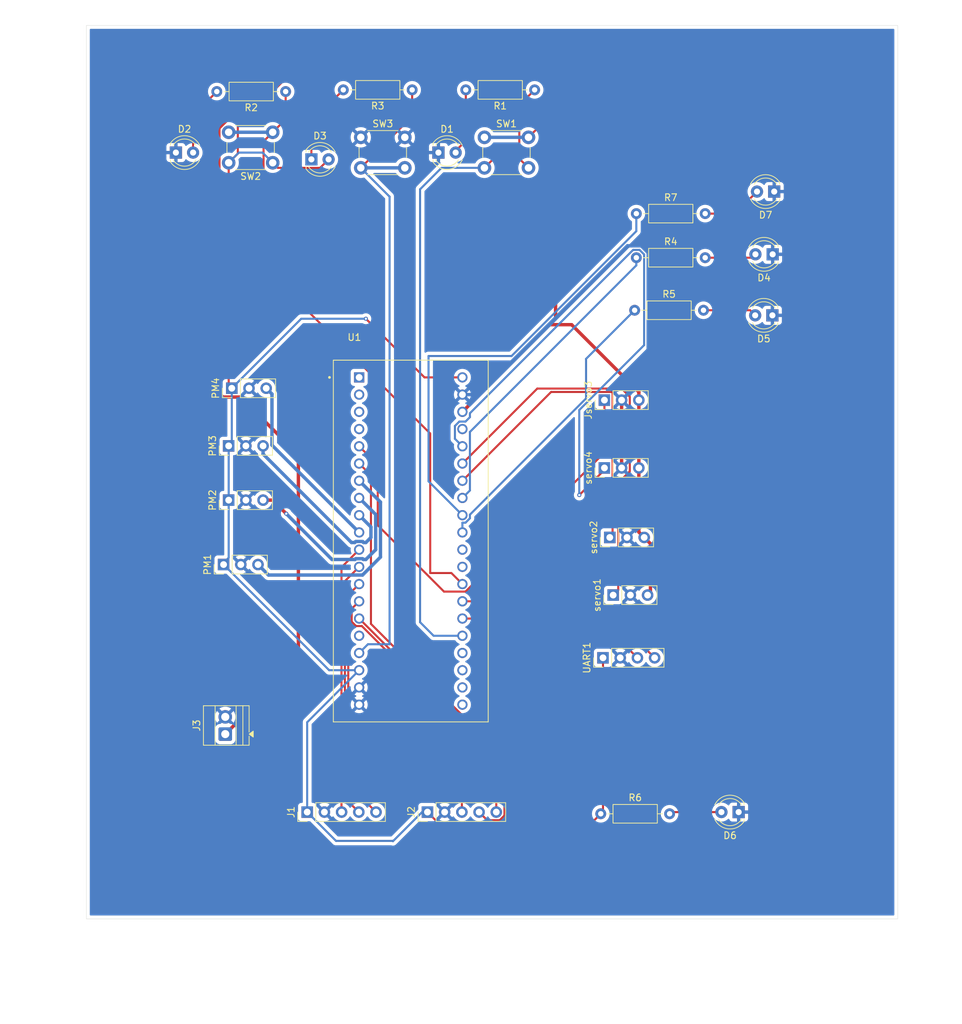
<source format=kicad_pcb>
(kicad_pcb (version 20241229) (generator "pcbnew") (generator_version "9.0")
  (layers (0 "F.Cu" signal) (2 "B.Cu" signal) (13 "F.Paste" user) (15 "B.Paste" user) (5 "F.SilkS" user "F.Silkscreen") (7 "B.SilkS" user "B.Silkscreen") (1 "F.Mask" user) (3 "B.Mask" user) (25 "Edge.Cuts" user))
  (net 0 "")
  (net 1 "Net-(D1-A)")
  (net 2 "GND")
  (net 3 "Net-(D2-A)")
  (net 4 "3.3V")
  (net 5 "Net-(D3-K)")
  (net 6 "Net-(D4-A)")
  (net 7 "Net-(D5-A)")
  (net 8 "Net-(D6-A)")
  (net 9 "Net-(D7-A)")
  (net 10 "A6")
  (net 11 "B0")
  (net 12 "A7")
  (net 13 "B1")
  (net 14 "B10")
  (net 15 "A1")
  (net 16 "5V")
  (net 17 "A0")
  (net 18 "A2")
  (net 19 "A3")
  (net 20 "A4")
  (net 21 "A5")
  (net 22 "A8")
  (net 23 "A11")
  (net 24 "R")
  (net 25 "B5")
  (net 26 "B3")
  (net 27 "B4")
  (net 28 "B7")
  (net 29 "B6")
  (net 30 "B8")
  (net 38 "A9")
  (net 42 "A10")
  (footprint "Button_Switch_THT:SW_PUSH_6mm_H13mm" (layer "F.Cu") (at 161.5 39 180)
    (property "Reference" "SW2" (at 3.25 -2 0) (layer "F.SilkS"))
    (property "Value" "SW_DPST_x2")
    (pad "1" thru_hole circle (at 0 0 270) (size 2 2) (drill 1.1) (layers "*.Cu" "*.Mask") (net 4 "3.3V"))
    (pad "1" thru_hole circle (at 6.5 0 270) (size 2 2) (drill 1.1) (layers "*.Cu" "*.Mask") (net 4 "3.3V"))
    (pad "2" thru_hole circle (at 0 4.5 270) (size 2 2) (drill 1.1) (layers "*.Cu" "*.Mask") (net 23 "A11"))
    (pad "2" thru_hole circle (at 6.5 4.5 270) (size 2 2) (drill 1.1) (layers "*.Cu" "*.Mask") (net 23 "A11"))
  )
  (footprint "footprint:MODULE_ZC323000" (layer "F.Cu") (at 181.88 94.78)
    (property "Reference" "U1" (at -8.325 -30.035 0) (layer "F.SilkS"))
    (property "Value" "ZC323000")
    (pad "1" thru_hole rect (at -7.62 -24.13) (size 1.508 1.508) (drill 1) (layers "*.Cu" "*.Mask"))
    (pad "2" thru_hole circle (at -7.62 -21.59) (size 1.508 1.508) (drill 1) (layers "*.Cu" "*.Mask"))
    (pad "3" thru_hole circle (at -7.62 -19.05) (size 1.508 1.508) (drill 1) (layers "*.Cu" "*.Mask"))
    (pad "4" thru_hole circle (at -7.62 -16.51) (size 1.508 1.508) (drill 1) (layers "*.Cu" "*.Mask"))
    (pad "5" thru_hole circle (at -7.62 -13.97) (size 1.508 1.508) (drill 1) (layers "*.Cu" "*.Mask") (net 17 "A0"))
    (pad "6" thru_hole circle (at -7.62 -11.43) (size 1.508 1.508) (drill 1) (layers "*.Cu" "*.Mask") (net 15 "A1"))
    (pad "7" thru_hole circle (at -7.62 -8.89) (size 1.508 1.508) (drill 1) (layers "*.Cu" "*.Mask") (net 18 "A2"))
    (pad "8" thru_hole circle (at -7.62 -6.35) (size 1.508 1.508) (drill 1) (layers "*.Cu" "*.Mask") (net 19 "A3"))
    (pad "9" thru_hole circle (at -7.62 -3.81) (size 1.508 1.508) (drill 1) (layers "*.Cu" "*.Mask") (net 20 "A4"))
    (pad "10" thru_hole circle (at -7.62 -1.27) (size 1.508 1.508) (drill 1) (layers "*.Cu" "*.Mask") (net 21 "A5"))
    (pad "11" thru_hole circle (at -7.62 1.27) (size 1.508 1.508) (drill 1) (layers "*.Cu" "*.Mask") (net 10 "A6"))
    (pad "12" thru_hole circle (at -7.62 3.81) (size 1.508 1.508) (drill 1) (layers "*.Cu" "*.Mask") (net 12 "A7"))
    (pad "13" thru_hole circle (at -7.62 6.35) (size 1.508 1.508) (drill 1) (layers "*.Cu" "*.Mask") (net 11 "B0"))
    (pad "14" thru_hole circle (at -7.62 8.89) (size 1.508 1.508) (drill 1) (layers "*.Cu" "*.Mask") (net 13 "B1"))
    (pad "15" thru_hole circle (at -7.62 11.43) (size 1.508 1.508) (drill 1) (layers "*.Cu" "*.Mask") (net 14 "B10"))
    (pad "16" thru_hole circle (at -7.62 13.97) (size 1.508 1.508) (drill 1) (layers "*.Cu" "*.Mask"))
    (pad "17" thru_hole circle (at -7.62 16.51) (size 1.508 1.508) (drill 1) (layers "*.Cu" "*.Mask") (net 24 "R"))
    (pad "18" thru_hole circle (at -7.62 19.05) (size 1.508 1.508) (drill 1) (layers "*.Cu" "*.Mask") (net 4 "3.3V"))
    (pad "19" thru_hole circle (at -7.62 21.59) (size 1.508 1.508) (drill 1) (layers "*.Cu" "*.Mask") (net 2 "GND"))
    (pad "20" thru_hole circle (at -7.62 24.13) (size 1.508 1.508) (drill 1) (layers "*.Cu" "*.Mask") (net 2 "GND"))
    (pad "21" thru_hole circle (at 7.62 24.13) (size 1.508 1.508) (drill 1) (layers "*.Cu" "*.Mask"))
    (pad "22" thru_hole circle (at 7.62 21.59) (size 1.508 1.508) (drill 1) (layers "*.Cu" "*.Mask"))
    (pad "23" thru_hole circle (at 7.62 19.05) (size 1.508 1.508) (drill 1) (layers "*.Cu" "*.Mask"))
    (pad "24" thru_hole circle (at 7.62 16.51) (size 1.508 1.508) (drill 1) (layers "*.Cu" "*.Mask"))
    (pad "25" thru_hole circle (at 7.62 13.97) (size 1.508 1.508) (drill 1) (layers "*.Cu" "*.Mask") (net 22 "A8"))
    (pad "26" thru_hole circle (at 7.62 11.43) (size 1.508 1.508) (drill 1) (layers "*.Cu" "*.Mask") (net 38 "A9"))
    (pad "27" thru_hole circle (at 7.62 8.89) (size 1.508 1.508) (drill 1) (layers "*.Cu" "*.Mask") (net 42 "A10"))
    (pad "28" thru_hole circle (at 7.62 6.35) (size 1.508 1.508) (drill 1) (layers "*.Cu" "*.Mask") (net 23 "A11"))
    (pad "29" thru_hole circle (at 7.62 3.81) (size 1.508 1.508) (drill 1) (layers "*.Cu" "*.Mask"))
    (pad "30" thru_hole circle (at 7.62 1.27) (size 1.508 1.508) (drill 1) (layers "*.Cu" "*.Mask"))
    (pad "31" thru_hole circle (at 7.62 -1.27) (size 1.508 1.508) (drill 1) (layers "*.Cu" "*.Mask") (net 26 "B3"))
    (pad "32" thru_hole circle (at 7.62 -3.81) (size 1.508 1.508) (drill 1) (layers "*.Cu" "*.Mask") (net 27 "B4"))
    (pad "33" thru_hole circle (at 7.62 -6.35) (size 1.508 1.508) (drill 1) (layers "*.Cu" "*.Mask") (net 25 "B5"))
    (pad "34" thru_hole circle (at 7.62 -8.89) (size 1.508 1.508) (drill 1) (layers "*.Cu" "*.Mask") (net 29 "B6"))
    (pad "35" thru_hole circle (at 7.62 -11.43) (size 1.508 1.508) (drill 1) (layers "*.Cu" "*.Mask") (net 28 "B7"))
    (pad "36" thru_hole circle (at 7.62 -13.97) (size 1.508 1.508) (drill 1) (layers "*.Cu" "*.Mask") (net 30 "B8"))
    (pad "37" thru_hole circle (at 7.62 -16.51) (size 1.508 1.508) (drill 1) (layers "*.Cu" "*.Mask"))
    (pad "38" thru_hole circle (at 7.62 -19.05) (size 1.508 1.508) (drill 1) (layers "*.Cu" "*.Mask") (net 16 "5V"))
    (pad "39" thru_hole circle (at 7.62 -21.59) (size 1.508 1.508) (drill 1) (layers "*.Cu" "*.Mask") (net 2 "GND"))
    (pad "40" thru_hole circle (at 7.62 -24.13) (size 1.508 1.508) (drill 1) (layers "*.Cu" "*.Mask") (net 4 "3.3V"))
  )
  (footprint "Connector_PinHeader_2.54mm:PinHeader_1x05_P2.54mm_Vertical" (layer "F.Cu") (at 166.59 134.75 90)
    (property "Reference" "J1" (at 0 -2.38 90) (layer "F.SilkS"))
    (property "Value" "Conn_01x05_Pin")
    (pad "1" thru_hole rect (at 0 0 90) (size 1.7 1.7) (drill 1) (layers "*.Cu" "*.Mask") (net 4 "3.3V"))
    (pad "2" thru_hole circle (at 0 2.54 90) (size 1.7 1.7) (drill 1) (layers "*.Cu" "*.Mask") (net 2 "GND"))
    (pad "3" thru_hole circle (at 0 5.08 90) (size 1.7 1.7) (drill 1) (layers "*.Cu" "*.Mask") (net 10 "A6"))
    (pad "4" thru_hole circle (at 0 7.62 90) (size 1.7 1.7) (drill 1) (layers "*.Cu" "*.Mask") (net 12 "A7"))
    (pad "5" thru_hole circle (at 0 10.16 90) (size 1.7 1.7) (drill 1) (layers "*.Cu" "*.Mask") (net 11 "B0"))
  )
  (footprint "LED_THT:LED_D4.0mm" (layer "F.Cu") (at 147.21 37.5)
    (property "Reference" "D2" (at 1.27 -3.46 0) (layer "F.SilkS"))
    (property "Value" "LED")
    (pad "1" thru_hole rect (at 0 0) (size 1.8 1.8) (drill 0.9) (layers "*.Cu" "*.Mask") (net 2 "GND"))
    (pad "2" thru_hole circle (at 2.54 0) (size 1.8 1.8) (drill 0.9) (layers "*.Cu" "*.Mask") (net 3 "Net-(D2-A)"))
  )
  (footprint "Connector_PinHeader_2.54mm:PinHeader_1x03_P2.54mm_Vertical" (layer "F.Cu") (at 211.25 94.25 90)
    (property "Reference" "servo2" (at 0 -2.38 90) (layer "F.SilkS"))
    (property "Value" "Conn_01x03_Pin")
    (pad "1" thru_hole rect (at 0 0 90) (size 1.7 1.7) (drill 1) (layers "*.Cu" "*.Mask") (net 29 "B6"))
    (pad "2" thru_hole circle (at 0 2.54 90) (size 1.7 1.7) (drill 1) (layers "*.Cu" "*.Mask") (net 2 "GND"))
    (pad "3" thru_hole circle (at 0 5.08 90) (size 1.7 1.7) (drill 1) (layers "*.Cu" "*.Mask") (net 16 "5V"))
  )
  (footprint "LED_THT:LED_D4.0mm" (layer "F.Cu") (at 235.52 43.25 180)
    (property "Reference" "D7" (at 1.27 -3.46 0) (layer "F.SilkS"))
    (property "Value" "LED")
    (pad "1" thru_hole rect (at 0 0 180) (size 1.8 1.8) (drill 0.9) (layers "*.Cu" "*.Mask") (net 2 "GND"))
    (pad "2" thru_hole circle (at 2.54 0 180) (size 1.8 1.8) (drill 0.9) (layers "*.Cu" "*.Mask") (net 9 "Net-(D7-A)"))
  )
  (footprint "LED_THT:LED_D4.0mm" (layer "F.Cu") (at 230.27 134.75 180)
    (property "Reference" "D6" (at 1.27 -3.46 0) (layer "F.SilkS"))
    (property "Value" "LED")
    (pad "1" thru_hole rect (at 0 0 180) (size 1.8 1.8) (drill 0.9) (layers "*.Cu" "*.Mask") (net 2 "GND"))
    (pad "2" thru_hole circle (at 2.54 0 180) (size 1.8 1.8) (drill 0.9) (layers "*.Cu" "*.Mask") (net 8 "Net-(D6-A)"))
  )
  (footprint "Connector_PinHeader_2.54mm:PinHeader_1x03_P2.54mm_Vertical" (layer "F.Cu") (at 155 80.75 90)
    (property "Reference" "PM3" (at 0 -2.38 90) (layer "F.SilkS"))
    (property "Value" "Conn_01x03_Pin")
    (pad "1" thru_hole rect (at 0 0 90) (size 1.7 1.7) (drill 1) (layers "*.Cu" "*.Mask") (net 4 "3.3V"))
    (pad "2" thru_hole circle (at 0 2.54 90) (size 1.7 1.7) (drill 1) (layers "*.Cu" "*.Mask") (net 2 "GND"))
    (pad "3" thru_hole circle (at 0 5.08 90) (size 1.7 1.7) (drill 1) (layers "*.Cu" "*.Mask") (net 20 "A4"))
  )
  (footprint "TerminalBlock:TerminalBlock_Xinya_XY308-2.54-2P_1x02_P2.54mm_Horizontal" (layer "F.Cu") (at 154.5 123.25 90)
    (property "Reference" "J3" (at 1.27 -4.22 90) (layer "F.SilkS"))
    (property "Value" "Conn_01x02")
    (pad "1" thru_hole roundrect (at 0 0 90) (size 2 2) (drill 1.2) (layers "*.Cu" "*.Mask") (roundrect_rratio 0.125) (net 16 "5V"))
    (pad "2" thru_hole circle (at 2.54 0 90) (size 2 2) (drill 1.2) (layers "*.Cu" "*.Mask") (net 2 "GND"))
  )
  (footprint "Resistor_THT:R_Axial_DIN0207_L6.3mm_D2.5mm_P10.16mm_Horizontal" (layer "F.Cu") (at 209.92 135)
    (property "Reference" "R6" (at 5.08 -2.37 0) (layer "F.SilkS"))
    (property "Value" "R")
    (pad "1" thru_hole circle (at 0 0) (size 1.6 1.6) (drill 0.8) (layers "*.Cu" "*.Mask") (net 4 "3.3V"))
    (pad "2" thru_hole circle (at 10.16 0) (size 1.6 1.6) (drill 0.8) (layers "*.Cu" "*.Mask") (net 8 "Net-(D6-A)"))
  )
  (footprint "Resistor_THT:R_Axial_DIN0207_L6.3mm_D2.5mm_P10.16mm_Horizontal" (layer "F.Cu") (at 214.92 60.75)
    (property "Reference" "R5" (at 5.08 -2.37 0) (layer "F.SilkS"))
    (property "Value" "R")
    (pad "1" thru_hole circle (at 0 0) (size 1.6 1.6) (drill 0.8) (layers "*.Cu" "*.Mask") (net 26 "B3"))
    (pad "2" thru_hole circle (at 10.16 0) (size 1.6 1.6) (drill 0.8) (layers "*.Cu" "*.Mask") (net 7 "Net-(D5-A)"))
  )
  (footprint "Connector_PinHeader_2.54mm:PinHeader_1x03_P2.54mm_Vertical" (layer "F.Cu") (at 154.25 98.25 90)
    (property "Reference" "PM1" (at 0 -2.38 90) (layer "F.SilkS"))
    (property "Value" "Conn_01x03_Pin")
    (pad "1" thru_hole rect (at 0 0 90) (size 1.7 1.7) (drill 1) (layers "*.Cu" "*.Mask") (net 4 "3.3V"))
    (pad "2" thru_hole circle (at 0 2.54 90) (size 1.7 1.7) (drill 1) (layers "*.Cu" "*.Mask") (net 2 "GND"))
    (pad "3" thru_hole circle (at 0 5.08 90) (size 1.7 1.7) (drill 1) (layers "*.Cu" "*.Mask") (net 18 "A2"))
  )
  (footprint "LED_THT:LED_D4.0mm" (layer "F.Cu") (at 185.96 37.5)
    (property "Reference" "D1" (at 1.27 -3.46 0) (layer "F.SilkS"))
    (property "Value" "LED")
    (pad "1" thru_hole rect (at 0 0) (size 1.8 1.8) (drill 0.9) (layers "*.Cu" "*.Mask") (net 2 "GND"))
    (pad "2" thru_hole circle (at 2.54 0) (size 1.8 1.8) (drill 0.9) (layers "*.Cu" "*.Mask") (net 1 "Net-(D1-A)"))
  )
  (footprint "Connector_PinHeader_2.54mm:PinHeader_1x03_P2.54mm_Vertical" (layer "F.Cu") (at 210.46 74 90)
    (property "Reference" "Jservo3" (at 0 -2.38 90) (layer "F.SilkS"))
    (property "Value" "Conn_01x03_Pin")
    (pad "1" thru_hole rect (at 0 0 90) (size 1.7 1.7) (drill 1) (layers "*.Cu" "*.Mask") (net 17 "A0"))
    (pad "2" thru_hole circle (at 0 2.54 90) (size 1.7 1.7) (drill 1) (layers "*.Cu" "*.Mask") (net 2 "GND"))
    (pad "3" thru_hole circle (at 0 5.08 90) (size 1.7 1.7) (drill 1) (layers "*.Cu" "*.Mask") (net 16 "5V"))
  )
  (footprint "Resistor_THT:R_Axial_DIN0207_L6.3mm_D2.5mm_P10.16mm_Horizontal" (layer "F.Cu") (at 163.41 28.5 180)
    (property "Reference" "R2" (at 5.08 -2.37 0) (layer "F.SilkS"))
    (property "Value" "R")
    (pad "1" thru_hole circle (at 0 0 180) (size 1.6 1.6) (drill 0.8) (layers "*.Cu" "*.Mask") (net 23 "A11"))
    (pad "2" thru_hole circle (at 10.16 0 180) (size 1.6 1.6) (drill 0.8) (layers "*.Cu" "*.Mask") (net 3 "Net-(D2-A)"))
  )
  (footprint "Resistor_THT:R_Axial_DIN0207_L6.3mm_D2.5mm_P10.16mm_Horizontal" (layer "F.Cu") (at 182.08 28.25 180)
    (property "Reference" "R3" (at 5.08 -2.37 0) (layer "F.SilkS"))
    (property "Value" "R")
    (pad "1" thru_hole circle (at 0 0 180) (size 1.6 1.6) (drill 0.8) (layers "*.Cu" "*.Mask") (net 24 "R"))
    (pad "2" thru_hole circle (at 10.16 0 180) (size 1.6 1.6) (drill 0.8) (layers "*.Cu" "*.Mask") (net 5 "Net-(D3-K)"))
  )
  (footprint "LED_THT:LED_D4.0mm" (layer "F.Cu") (at 235.29 52.5 180)
    (property "Reference" "D4" (at 1.27 -3.46 0) (layer "F.SilkS"))
    (property "Value" "LED")
    (pad "1" thru_hole rect (at 0 0 180) (size 1.8 1.8) (drill 0.9) (layers "*.Cu" "*.Mask") (net 2 "GND"))
    (pad "2" thru_hole circle (at 2.54 0 180) (size 1.8 1.8) (drill 0.9) (layers "*.Cu" "*.Mask") (net 6 "Net-(D4-A)"))
  )
  (footprint "Connector_PinHeader_2.54mm:PinHeader_1x03_P2.54mm_Vertical" (layer "F.Cu") (at 155.46 72.25 90)
    (property "Reference" "PM4" (at 0 -2.38 90) (layer "F.SilkS"))
    (property "Value" "Conn_01x03_Pin")
    (pad "1" thru_hole rect (at 0 0 90) (size 1.7 1.7) (drill 1) (layers "*.Cu" "*.Mask") (net 4 "3.3V"))
    (pad "2" thru_hole circle (at 0 2.54 90) (size 1.7 1.7) (drill 1) (layers "*.Cu" "*.Mask") (net 2 "GND"))
    (pad "3" thru_hole circle (at 0 5.08 90) (size 1.7 1.7) (drill 1) (layers "*.Cu" "*.Mask") (net 21 "A5"))
  )
  (footprint "Connector_PinHeader_2.54mm:PinHeader_1x03_P2.54mm_Vertical" (layer "F.Cu") (at 211.75 102.75 90)
    (property "Reference" "servo1" (at 0 -2.38 90) (layer "F.SilkS"))
    (property "Value" "Conn_01x03_Pin")
    (pad "1" thru_hole rect (at 0 0 90) (size 1.7 1.7) (drill 1) (layers "*.Cu" "*.Mask") (net 28 "B7"))
    (pad "2" thru_hole circle (at 0 2.54 90) (size 1.7 1.7) (drill 1) (layers "*.Cu" "*.Mask") (net 2 "GND"))
    (pad "3" thru_hole circle (at 0 5.08 90) (size 1.7 1.7) (drill 1) (layers "*.Cu" "*.Mask") (net 16 "5V"))
  )
  (footprint "Resistor_THT:R_Axial_DIN0207_L6.3mm_D2.5mm_P10.16mm_Horizontal" (layer "F.Cu") (at 215.17 53)
    (property "Reference" "R4" (at 5.08 -2.37 0) (layer "F.SilkS"))
    (property "Value" "R")
    (pad "1" thru_hole circle (at 0 0) (size 1.6 1.6) (drill 0.8) (layers "*.Cu" "*.Mask") (net 25 "B5"))
    (pad "2" thru_hole circle (at 10.16 0) (size 1.6 1.6) (drill 0.8) (layers "*.Cu" "*.Mask") (net 6 "Net-(D4-A)"))
  )
  (footprint "Connector_PinHeader_2.54mm:PinHeader_1x03_P2.54mm_Vertical" (layer "F.Cu") (at 155 88.75 90)
    (property "Reference" "PM2" (at 0 -2.38 90) (layer "F.SilkS"))
    (property "Value" "Conn_01x03_Pin")
    (pad "1" thru_hole rect (at 0 0 90) (size 1.7 1.7) (drill 1) (layers "*.Cu" "*.Mask") (net 4 "3.3V"))
    (pad "2" thru_hole circle (at 0 2.54 90) (size 1.7 1.7) (drill 1) (layers "*.Cu" "*.Mask") (net 2 "GND"))
    (pad "3" thru_hole circle (at 0 5.08 90) (size 1.7 1.7) (drill 1) (layers "*.Cu" "*.Mask") (net 19 "A3"))
  )
  (footprint "Button_Switch_THT:SW_PUSH_6mm_H13mm" (layer "F.Cu") (at 174.5 35.25)
    (property "Reference" "SW3" (at 3.25 -2 0) (layer "F.SilkS"))
    (property "Value" "SW_DPST_x2")
    (pad "1" thru_hole circle (at 0 0 90) (size 2 2) (drill 1.1) (layers "*.Cu" "*.Mask") (net 2 "GND"))
    (pad "1" thru_hole circle (at 6.5 0 90) (size 2 2) (drill 1.1) (layers "*.Cu" "*.Mask") (net 2 "GND"))
    (pad "2" thru_hole circle (at 0 4.5 90) (size 2 2) (drill 1.1) (layers "*.Cu" "*.Mask") (net 24 "R"))
    (pad "2" thru_hole circle (at 6.5 4.5 90) (size 2 2) (drill 1.1) (layers "*.Cu" "*.Mask") (net 24 "R"))
  )
  (footprint "Connector_PinHeader_2.54mm:PinHeader_1x05_P2.54mm_Vertical" (layer "F.Cu") (at 184.34 134.75 90)
    (property "Reference" "J2" (at 0 -2.38 90) (layer "F.SilkS"))
    (property "Value" "Conn_01x05_Pin")
    (pad "1" thru_hole rect (at 0 0 90) (size 1.7 1.7) (drill 1) (layers "*.Cu" "*.Mask") (net 4 "3.3V"))
    (pad "2" thru_hole circle (at 0 2.54 90) (size 1.7 1.7) (drill 1) (layers "*.Cu" "*.Mask") (net 2 "GND"))
    (pad "3" thru_hole circle (at 0 5.08 90) (size 1.7 1.7) (drill 1) (layers "*.Cu" "*.Mask") (net 13 "B1"))
    (pad "4" thru_hole circle (at 0 7.62 90) (size 1.7 1.7) (drill 1) (layers "*.Cu" "*.Mask") (net 15 "A1"))
    (pad "5" thru_hole circle (at 0 10.16 90) (size 1.7 1.7) (drill 1) (layers "*.Cu" "*.Mask") (net 14 "B10"))
  )
  (footprint "Connector_PinHeader_2.54mm:PinHeader_1x03_P2.54mm_Vertical" (layer "F.Cu") (at 210.46 84 90)
    (property "Reference" "servo4" (at 0 -2.38 90) (layer "F.SilkS"))
    (property "Value" "Conn_01x03_Pin")
    (pad "1" thru_hole rect (at 0 0 90) (size 1.7 1.7) (drill 1) (layers "*.Cu" "*.Mask") (net 30 "B8"))
    (pad "2" thru_hole circle (at 0 2.54 90) (size 1.7 1.7) (drill 1) (layers "*.Cu" "*.Mask") (net 2 "GND"))
    (pad "3" thru_hole circle (at 0 5.08 90) (size 1.7 1.7) (drill 1) (layers "*.Cu" "*.Mask") (net 16 "5V"))
  )
  (footprint "Resistor_THT:R_Axial_DIN0207_L6.3mm_D2.5mm_P10.16mm_Horizontal" (layer "F.Cu") (at 200.16 28.25 180)
    (property "Reference" "R1" (at 5.08 -2.37 0) (layer "F.SilkS"))
    (property "Value" "R")
    (pad "1" thru_hole circle (at 0 0 180) (size 1.6 1.6) (drill 0.8) (layers "*.Cu" "*.Mask") (net 22 "A8"))
    (pad "2" thru_hole circle (at 10.16 0 180) (size 1.6 1.6) (drill 0.8) (layers "*.Cu" "*.Mask") (net 1 "Net-(D1-A)"))
  )
  (footprint "Resistor_THT:R_Axial_DIN0207_L6.3mm_D2.5mm_P10.16mm_Horizontal" (layer "F.Cu") (at 215.17 46.5)
    (property "Reference" "R7" (at 5.08 -2.37 0) (layer "F.SilkS"))
    (property "Value" "R")
    (pad "1" thru_hole circle (at 0 0) (size 1.6 1.6) (drill 0.8) (layers "*.Cu" "*.Mask") (net 27 "B4"))
    (pad "2" thru_hole circle (at 10.16 0) (size 1.6 1.6) (drill 0.8) (layers "*.Cu" "*.Mask") (net 9 "Net-(D7-A)"))
  )
  (footprint "Connector_PinHeader_2.54mm:PinHeader_1x04_P2.54mm_Vertical" (layer "F.Cu") (at 210.25 112 90)
    (property "Reference" "UART1" (at 0 -2.38 90) (layer "F.SilkS"))
    (property "Value" "Conn_01x04_Socket")
    (pad "1" thru_hole rect (at 0 0 90) (size 1.7 1.7) (drill 1) (layers "*.Cu" "*.Mask") (net 4 "3.3V"))
    (pad "2" thru_hole circle (at 0 2.54 90) (size 1.7 1.7) (drill 1) (layers "*.Cu" "*.Mask") (net 2 "GND"))
    (pad "3" thru_hole circle (at 0 5.08 90) (size 1.7 1.7) (drill 1) (layers "*.Cu" "*.Mask") (net 38 "A9"))
    (pad "4" thru_hole circle (at 0 7.62 90) (size 1.7 1.7) (drill 1) (layers "*.Cu" "*.Mask") (net 42 "A10"))
  )
  (footprint "Button_Switch_THT:SW_PUSH_6mm_H13mm" (layer "F.Cu") (at 192.75 35.25)
    (property "Reference" "SW1" (at 3.25 -2 0) (layer "F.SilkS"))
    (property "Value" "SW_DPST_x2")
    (pad "1" thru_hole circle (at 0 0 90) (size 2 2) (drill 1.1) (layers "*.Cu" "*.Mask") (net 4 "3.3V"))
    (pad "1" thru_hole circle (at 6.5 0 90) (size 2 2) (drill 1.1) (layers "*.Cu" "*.Mask") (net 4 "3.3V"))
    (pad "2" thru_hole circle (at 0 4.5 90) (size 2 2) (drill 1.1) (layers "*.Cu" "*.Mask") (net 22 "A8"))
    (pad "2" thru_hole circle (at 6.5 4.5 90) (size 2 2) (drill 1.1) (layers "*.Cu" "*.Mask") (net 22 "A8"))
  )
  (footprint "LED_THT:LED_D4.0mm" (layer "F.Cu") (at 167.21 38.5)
    (property "Reference" "D3" (at 1.27 -3.46 0) (layer "F.SilkS"))
    (property "Value" "LED")
    (pad "1" thru_hole rect (at 0 0) (size 1.8 1.8) (drill 0.9) (layers "*.Cu" "*.Mask") (net 5 "Net-(D3-K)"))
    (pad "2" thru_hole circle (at 2.54 0) (size 1.8 1.8) (drill 0.9) (layers "*.Cu" "*.Mask") (net 4 "3.3V"))
  )
  (footprint "LED_THT:LED_D4.0mm" (layer "F.Cu") (at 235.25 61.5 180)
    (property "Reference" "D5" (at 1.27 -3.46 0) (layer "F.SilkS"))
    (property "Value" "LED")
    (pad "1" thru_hole rect (at 0 0 180) (size 1.8 1.8) (drill 0.9) (layers "*.Cu" "*.Mask") (net 2 "GND"))
    (pad "2" thru_hole circle (at 2.54 0 180) (size 1.8 1.8) (drill 0.9) (layers "*.Cu" "*.Mask") (net 7 "Net-(D5-A)"))
  )
  (gr_rect (start 134 18.75) (end 253.75 150.5) (stroke (width 0.05)) (fill no) (layer "Edge.Cuts"))
  (gr_text "Robotic Arm " (at 222 27.5 0) (layer "F.Cu") (effects (font (size 3 3) (thickness 0.1)) (justify left bottom)))
  (segment (start 190 35.75) (end 190 28.25) (width 0.3) (layer "F.Cu") (net 1))
  (segment (start 188.5 37.25) (end 190 35.75) (width 0.3) (layer "F.Cu") (net 1))
  (segment (start 188.5 37.5) (end 188.5 37.25) (width 0.3) (layer "F.Cu") (net 1))
  (segment (start 213 84) (end 213 74) (width 0.5) (layer "F.Cu") (net 2))
  (segment (start 213.854648 51.248) (end 191.912648 73.19) (width 0.5) (layer "B.Cu") (net 2))
  (segment (start 216.922 52.274298) (end 215.895702 51.248) (width 0.5) (layer "B.Cu") (net 2))
  (segment (start 216.922 70.078) (end 216.922 52.274298) (width 0.5) (layer "B.Cu") (net 2))
  (segment (start 213 74) (end 216.922 70.078) (width 0.5) (layer "B.Cu") (net 2))
  (segment (start 215.895702 51.248) (end 213.854648 51.248) (width 0.5) (layer "B.Cu") (net 2))
  (segment (start 191.912648 73.19) (end 189.5 73.19) (width 0.5) (layer "B.Cu") (net 2))
  (segment (start 149.75 32) (end 153.25 28.5) (width 0.3) (layer "F.Cu") (net 3))
  (segment (start 149.75 37.5) (end 149.75 32) (width 0.3) (layer "F.Cu") (net 3))
  (segment (start 169.75 38.5) (end 168.499 39.751) (width 0.3) (layer "F.Cu") (net 4))
  (segment (start 155 71.79) (end 155.46 72.25) (width 0.3) (layer "F.Cu") (net 4))
  (segment (start 209.92 135) (end 206.67 138.25) (width 0.3) (layer "F.Cu") (net 4))
  (segment (start 168.499 39.751) (end 162.251 39.751) (width 0.3) (layer "F.Cu") (net 4))
  (segment (start 206.67 138.25) (end 187.84 138.25) (width 0.3) (layer "F.Cu") (net 4))
  (segment (start 156.351 37.649) (end 155 39) (width 0.3) (layer "F.Cu") (net 4))
  (segment (start 199.25 35.25) (end 201.75 32.75) (width 0.3) (layer "F.Cu") (net 4))
  (segment (start 210.25 112) (end 210.25 134.67) (width 0.3) (layer "F.Cu") (net 4))
  (segment (start 156.351 33.649) (end 156.351 37.649) (width 0.3) (layer "F.Cu") (net 4))
  (segment (start 175.25 62) (end 183.9 70.65) (width 0.3) (layer "F.Cu") (net 4))
  (segment (start 187.84 138.25) (end 184.34 134.75) (width 0.3) (layer "F.Cu") (net 4))
  (segment (start 155 39) (end 155 71.79) (width 0.3) (layer "F.Cu") (net 4))
  (segment (start 201.75 32.75) (end 201.75 26.25) (width 0.3) (layer "F.Cu") (net 4))
  (segment (start 201.75 26.25) (end 200.5 25) (width 0.3) (layer "F.Cu") (net 4))
  (segment (start 183.9 70.65) (end 189.5 70.65) (width 0.3) (layer "F.Cu") (net 4))
  (segment (start 165 25) (end 156.351 33.649) (width 0.3) (layer "F.Cu") (net 4))
  (segment (start 192.75 35.25) (end 193 35.25) (width 0.5) (layer "F.Cu") (net 4))
  (segment (start 210.25 134.67) (end 209.92 135) (width 0.3) (layer "F.Cu") (net 4))
  (segment (start 200.5 25) (end 165 25) (width 0.3) (layer "F.Cu") (net 4))
  (segment (start 162.251 39.751) (end 161.5 39) (width 0.3) (layer "F.Cu") (net 4))
  (via (at 175.25 62) (size 0.6) (drill 0.3) (layers "F.Cu" "B.Cu") (net 4))
  (segment (start 160 37.5) (end 156.5 37.5) (width 0.3) (layer "B.Cu") (net 4))
  (segment (start 155 97.25) (end 155 80.75) (width 0.3) (layer "B.Cu") (net 4))
  (segment (start 166.59 134.75) (end 166.59 121.5) (width 0.3) (layer "B.Cu") (net 4))
  (segment (start 154.25 98.25) (end 154.25 98) (width 0.3) (layer "B.Cu") (net 4))
  (segment (start 155.46 72.25) (end 165.71 62) (width 0.3) (layer "B.Cu") (net 4))
  (segment (start 161.5 39) (end 160 37.5) (width 0.3) (layer "B.Cu") (net 4))
  (segment (start 192.75 35.25) (end 199.25 35.25) (width 0.5) (layer "B.Cu") (net 4))
  (segment (start 170.84 139) (end 179.25 139) (width 0.3) (layer "B.Cu") (net 4))
  (segment (start 155.46 80.29) (end 155 80.75) (width 0.3) (layer "B.Cu") (net 4))
  (segment (start 154.25 98) (end 155 97.25) (width 0.3) (layer "B.Cu") (net 4))
  (segment (start 169.83 113.83) (end 154.25 98.25) (width 0.3) (layer "B.Cu") (net 4))
  (segment (start 175.25 62) (end 175 62) (width 0.3) (layer "B.Cu") (net 4))
  (segment (start 174.26 113.83) (end 169.83 113.83) (width 0.3) (layer "B.Cu") (net 4))
  (segment (start 179.25 139) (end 179.25 139.045) (width 0.3) (layer "B.Cu") (net 4))
  (segment (start 156.5 37.5) (end 155 39) (width 0.3) (layer "B.Cu") (net 4))
  (segment (start 155.46 72.25) (end 155.46 80.29) (width 0.3) (layer "B.Cu") (net 4))
  (segment (start 165.71 62) (end 175.25 62) (width 0.3) (layer "B.Cu") (net 4))
  (segment (start 183.545 134.75) (end 184.34 134.75) (width 0.3) (layer "B.Cu") (net 4))
  (segment (start 179.25 139.045) (end 183.545 134.75) (width 0.3) (layer "B.Cu") (net 4))
  (segment (start 166.59 134.75) (end 170.84 139) (width 0.3) (layer "B.Cu") (net 4))
  (segment (start 166.59 121.5) (end 174.26 113.83) (width 0.3) (layer "B.Cu") (net 4))
  (segment (start 167.21 32.96) (end 171.92 28.25) (width 0.3) (layer "F.Cu") (net 5))
  (segment (start 167.21 38.5) (end 167.21 32.96) (width 0.3) (layer "F.Cu") (net 5))
  (segment (start 225.33 53) (end 232.25 53) (width 0.3) (layer "F.Cu") (net 6))
  (segment (start 232.25 53) (end 232.75 52.5) (width 0.3) (layer "F.Cu") (net 6))
  (segment (start 231.96 60.75) (end 232.71 61.5) (width 0.3) (layer "F.Cu") (net 7))
  (segment (start 225.08 60.75) (end 231.96 60.75) (width 0.3) (layer "F.Cu") (net 7))
  (segment (start 227.73 134.75) (end 220.33 134.75) (width 0.3) (layer "F.Cu") (net 8))
  (segment (start 220.33 134.75) (end 220.08 135) (width 0.3) (layer "F.Cu") (net 8))
  (segment (start 225.33 46.5) (end 229.73 46.5) (width 0.3) (layer "F.Cu") (net 9))
  (segment (start 229.73 46.5) (end 232.98 43.25) (width 0.3) (layer "F.Cu") (net 9))
  (segment (start 171.652 98.658) (end 174.26 96.05) (width 0.3) (layer "F.Cu") (net 10))
  (segment (start 171.67 134.75) (end 171.652 134.732) (width 0.3) (layer "F.Cu") (net 10))
  (segment (start 171.652 134.732) (end 171.652 98.658) (width 0.3) (layer "F.Cu") (net 10))
  (segment (start 172.654 130.654) (end 172.654 102.736) (width 0.3) (layer "F.Cu") (net 11))
  (segment (start 176.75 134.75) (end 172.654 130.654) (width 0.3) (layer "F.Cu") (net 11))
  (segment (start 172.654 102.736) (end 174.26 101.13) (width 0.3) (layer "F.Cu") (net 11))
  (segment (start 174.21 134.75) (end 172.153 132.693) (width 0.3) (layer "F.Cu") (net 12))
  (segment (start 172.153 100.697) (end 174.26 98.59) (width 0.3) (layer "F.Cu") (net 12))
  (segment (start 172.153 132.693) (end 172.153 100.697) (width 0.3) (layer "F.Cu") (net 12))
  (segment (start 173.155 104.775) (end 174.26 103.67) (width 0.3) (layer "F.Cu") (net 13))
  (segment (start 173.802294 107.315) (end 173.155 106.667706) (width 0.3) (layer "F.Cu") (net 13))
  (segment (start 189.42 122.07852) (end 174.65648 107.315) (width 0.3) (layer "F.Cu") (net 13))
  (segment (start 189.42 134.75) (end 189.42 122.07852) (width 0.3) (layer "F.Cu") (net 13))
  (segment (start 174.65648 107.315) (end 173.802294 107.315) (width 0.3) (layer "F.Cu") (net 13))
  (segment (start 173.155 106.667706) (end 173.155 104.775) (width 0.3) (layer "F.Cu") (net 13))
  (segment (start 194.5 126.45) (end 174.26 106.21) (width 0.3) (layer "F.Cu") (net 14))
  (segment (start 194.5 134.75) (end 194.5 126.45) (width 0.3) (layer "F.Cu") (net 14))
  (segment (start 195.701 135.247471) (end 195.701 126.701) (width 0.3) (layer "F.Cu") (net 15))
  (segment (start 176 85.09) (end 174.26 83.35) (width 0.3) (layer "F.Cu") (net 15))
  (segment (start 176 107) (end 176 85.09) (width 0.3) (layer "F.Cu") (net 15))
  (segment (start 191.96 134.75) (end 193.161 135.951) (width 0.3) (layer "F.Cu") (net 15))
  (segment (start 194.997471 135.951) (end 195.701 135.247471) (width 0.3) (layer "F.Cu") (net 15))
  (segment (start 195.701 126.701) (end 176 107) (width 0.3) (layer "F.Cu") (net 15))
  (segment (start 193.161 135.951) (end 194.997471 135.951) (width 0.3) (layer "F.Cu") (net 15))
  (segment (start 215.54 74) (end 215.54 72.797919) (width 0.5) (layer "F.Cu") (net 16))
  (segment (start 215.54 93.46) (end 216.33 94.25) (width 0.5) (layer "F.Cu") (net 16))
  (segment (start 203.25 25.75) (end 203.25 61.98) (width 0.5) (layer "F.Cu") (net 16))
  (segment (start 216.33 94.25) (end 217.25 95.17) (width 0.5) (layer "F.Cu") (net 16))
  (segment (start 153.549 33.898976) (end 163.947976 23.5) (width 0.5) (layer "F.Cu") (net 16))
  (segment (start 165.289 82.079) (end 156.761 73.551) (width 0.5) (layer "F.Cu") (net 16))
  (segment (start 203.25 61.98) (end 202.351 62.879) (width 0.5) (layer "F.Cu") (net 16))
  (segment (start 154.5 123.25) (end 165.289 112.461) (width 0.5) (layer "F.Cu") (net 16))
  (segment (start 202.351 62.879) (end 189.5 75.73) (width 0.5) (layer "F.Cu") (net 16))
  (segment (start 205.621081 62.879) (end 202.351 62.879) (width 0.5) (layer "F.Cu") (net 16))
  (segment (start 215.54 74) (end 215.54 84) (width 0.5) (layer "F.Cu") (net 16))
  (segment (start 156.761 73.551) (end 154.159 73.551) (width 0.5) (layer "F.Cu") (net 16))
  (segment (start 165.289 112.461) (end 165.289 82.079) (width 0.5) (layer "F.Cu") (net 16))
  (segment (start 217.25 95.17) (end 217.25 103.17) (width 0.5) (layer "F.Cu") (net 16))
  (segment (start 153.549 72.941) (end 153.549 33.898976) (width 0.5) (layer "F.Cu") (net 16))
  (segment (start 215.54 84) (end 215.54 93.46) (width 0.5) (layer "F.Cu") (net 16))
  (segment (start 154.159 73.551) (end 153.549 72.941) (width 0.5) (layer "F.Cu") (net 16))
  (segment (start 215.54 72.797919) (end 205.621081 62.879) (width 0.5) (layer "F.Cu") (net 16))
  (segment (start 201 23.5) (end 203.25 25.75) (width 0.5) (layer "F.Cu") (net 16))
  (segment (start 163.947976 23.5) (end 201 23.5) (width 0.5) (layer "F.Cu") (net 16))
  (segment (start 217.25 103.17) (end 216.83 102.75) (width 0.5) (layer "F.Cu") (net 16))
  (segment (start 177 92.458521) (end 177 83.55) (width 0.3) (layer "F.Cu") (net 17))
  (segment (start 186.776479 102.235) (end 177 92.458521) (width 0.3) (layer "F.Cu") (net 17))
  (segment (start 189.957706 102.235) (end 186.776479 102.235) (width 0.3) (layer "F.Cu") (net 17))
  (segment (start 210.46 81.732706) (end 189.957706 102.235) (width 0.3) (layer "F.Cu") (net 17))
  (segment (start 210.46 74) (end 210.46 81.732706) (width 0.3) (layer "F.Cu") (net 17))
  (segment (start 177 83.55) (end 174.26 80.81) (width 0.3) (layer "F.Cu") (net 17))
  (segment (start 177.402 97.152128) (end 177.402 89.032) (width 0.5) (layer "B.Cu") (net 18))
  (segment (start 159.33 98.25) (end 160.875 99.795) (width 0.5) (layer "B.Cu") (net 18))
  (segment (start 160.875 99.795) (end 174.759128 99.795) (width 0.5) (layer "B.Cu") (net 18))
  (segment (start 177.402 89.032) (end 174.26 85.89) (width 0.5) (layer "B.Cu") (net 18))
  (segment (start 174.759128 99.795) (end 177.402 97.152128) (width 0.5) (layer "B.Cu") (net 18))
  (segment (start 160.08 88.75) (end 161.5 88.75) (width 0.5) (layer "F.Cu") (net 19))
  (segment (start 161.5 88.75) (end 163.5 90.75) (width 0.5) (layer "F.Cu") (net 19))
  (via (at 163.5 90.75) (size 0.6) (drill 0.3) (layers "F.Cu" "B.Cu") (net 19))
  (segment (start 170.25 97.5) (end 173.645872 97.5) (width 0.5) (layer "B.Cu") (net 19))
  (segment (start 173.645872 97.5) (end 173.760872 97.385) (width 0.5) (layer "B.Cu") (net 19))
  (segment (start 173.760872 97.385) (end 174.759128 97.385) (width 0.5) (layer "B.Cu") (net 19))
  (segment (start 175.25 97.5) (end 176.701 96.049) (width 0.5) (layer "B.Cu") (net 19))
  (segment (start 174.874128 97.5) (end 175.25 97.5) (width 0.5) (layer "B.Cu") (net 19))
  (segment (start 176.701 96.049) (end 176.701 90.871) (width 0.5) (layer "B.Cu") (net 19))
  (segment (start 176.701 90.871) (end 174.26 88.43) (width 0.5) (layer "B.Cu") (net 19))
  (segment (start 163.5 90.75) (end 170.25 97.5) (width 0.5) (layer "B.Cu") (net 19))
  (segment (start 174.759128 97.385) (end 174.874128 97.5) (width 0.5) (layer "B.Cu") (net 19))
  (segment (start 173.760872 94.845) (end 174.759128 94.845) (width 0.5) (layer "B.Cu") (net 20))
  (segment (start 174.759128 94.845) (end 174.914128 95) (width 0.5) (layer "B.Cu") (net 20))
  (segment (start 175.25 95) (end 176 94.25) (width 0.5) (layer "B.Cu") (net 20))
  (segment (start 160.08 80.75) (end 160.08 81.952081) (width 0.5) (layer "B.Cu") (net 20))
  (segment (start 160.08 81.952081) (end 173.127919 95) (width 0.5) (layer "B.Cu") (net 20))
  (segment (start 173.127919 95) (end 173.605872 95) (width 0.5) (layer "B.Cu") (net 20))
  (segment (start 176 94.25) (end 176 92.71) (width 0.5) (layer "B.Cu") (net 20))
  (segment (start 174.914128 95) (end 175.25 95) (width 0.5) (layer "B.Cu") (net 20))
  (segment (start 176 92.71) (end 174.26 90.97) (width 0.5) (layer "B.Cu") (net 20))
  (segment (start 173.605872 95) (end 173.760872 94.845) (width 0.5) (layer "B.Cu") (net 20))
  (segment (start 160.54 72.25) (end 161.39 73.1) (width 0.5) (layer "B.Cu") (net 21))
  (segment (start 161.39 73.1) (end 161.39 80.64) (width 0.5) (layer "B.Cu") (net 21))
  (segment (start 161.39 80.64) (end 174.26 93.51) (width 0.5) (layer "B.Cu") (net 21))
  (segment (start 200.16 28.25) (end 197.899 30.511) (width 0.3) (layer "F.Cu") (net 22))
  (segment (start 197.899 38.399) (end 198 38.5) (width 0.3) (layer "F.Cu") (net 22))
  (segment (start 192.75 39.75) (end 194 38.5) (width 0.3) (layer "F.Cu") (net 22))
  (segment (start 194 38.5) (end 198 38.5) (width 0.3) (layer "F.Cu") (net 22))
  (segment (start 197.899 30.511) (end 197.899 38.399) (width 0.3) (layer "F.Cu") (net 22))
  (segment (start 198 38.5) (end 199.25 39.75) (width 0.3) (layer "F.Cu") (net 22))
  (segment (start 192.75 39.75) (end 186.410603 39.75) (width 0.3) (layer "B.Cu") (net 22))
  (segment (start 185.25 108.75) (end 189.5 108.75) (width 0.3) (layer "B.Cu") (net 22))
  (segment (start 186.410603 39.75) (end 183.25 42.910603) (width 0.3) (layer "B.Cu") (net 22))
  (segment (start 183.25 42.910603) (end 183.25 106.75) (width 0.3) (layer "B.Cu") (net 22))
  (segment (start 183.25 106.75) (end 185.25 108.75) (width 0.3) (layer "B.Cu") (net 22))
  (segment (start 187.87 99.5) (end 189.5 101.13) (width 0.3) (layer "F.Cu") (net 23))
  (segment (start 184.75 99.5) (end 187.87 99.5) (width 0.3) (layer "F.Cu") (net 23))
  (segment (start 160.149 35.851) (end 160.149 54.329) (width 0.3) (layer "F.Cu") (net 23))
  (segment (start 160.149 54.329) (end 184.75 78.93) (width 0.3) (layer "F.Cu") (net 23))
  (segment (start 163.41 28.5) (end 163.41 32.59) (width 0.3) (layer "F.Cu") (net 23))
  (segment (start 161.5 34.5) (end 160.149 35.851) (width 0.3) (layer "F.Cu") (net 23))
  (segment (start 163.41 32.59) (end 161.5 34.5) (width 0.3) (layer "F.Cu") (net 23))
  (segment (start 184.75 78.93) (end 184.75 99.5) (width 0.3) (layer "F.Cu") (net 23))
  (segment (start 155 34.5) (end 161.5 34.5) (width 0.5) (layer "B.Cu") (net 23))
  (segment (start 182.08 32.17) (end 174.5 39.75) (width 0.3) (layer "F.Cu") (net 24))
  (segment (start 182.08 28.25) (end 182.08 32.17) (width 0.3) (layer "F.Cu") (net 24))
  (segment (start 181 39.75) (end 174.5 39.75) (width 0.5) (layer "B.Cu") (net 24))
  (segment (start 178.75 44) (end 178.75 110) (width 0.3) (layer "B.Cu") (net 24))
  (segment (start 174.5 39.75) (end 178.75 44) (width 0.3) (layer "B.Cu") (net 24))
  (segment (start 178.75 110) (end 175.55 110) (width 0.3) (layer "B.Cu") (net 24))
  (segment (start 175.55 110) (end 174.26 111.29) (width 0.3) (layer "B.Cu") (net 24))
  (segment (start 190.605 78.69637) (end 190.605 87.325) (width 0.3) (layer "B.Cu") (net 25))
  (segment (start 215.17 54.13137) (end 190.605 78.69637) (width 0.3) (layer "B.Cu") (net 25))
  (segment (start 215.17 53) (end 215.17 54.13137) (width 0.3) (layer "B.Cu") (net 25))
  (segment (start 190.605 87.325) (end 189.5 88.43) (width 0.3) (layer "B.Cu") (net 25))
  (segment (start 189.957706 92.075) (end 189.5 92.075) (width 0.3) (layer "B.Cu") (net 26))
  (segment (start 214.92 60.75) (end 207.75 67.92) (width 0.3) (layer "B.Cu") (net 26))
  (segment (start 190.605 91.427706) (end 189.957706 92.075) (width 0.3) (layer "B.Cu") (net 26))
  (segment (start 190.605 90.895) (end 190.605 91.427706) (width 0.3) (layer "B.Cu") (net 26))
  (segment (start 207.75 73.75) (end 190.605 90.895) (width 0.3) (layer "B.Cu") (net 26))
  (segment (start 189.5 92.075) (end 189.5 93.51) (width 0.3) (layer "B.Cu") (net 26))
  (segment (start 207.75 67.92) (end 207.75 73.75) (width 0.3) (layer "B.Cu") (net 26))
  (segment (start 196.752706 67.5) (end 184.5 67.5) (width 0.3) (layer "B.Cu") (net 27))
  (segment (start 215.17 49.082706) (end 196.752706 67.5) (width 0.3) (layer "B.Cu") (net 27))
  (segment (start 215.17 46.5) (end 215.17 49.082706) (width 0.3) (layer "B.Cu") (net 27))
  (segment (start 184.5 67.5) (end 184.5 85.97) (width 0.3) (layer "B.Cu") (net 27))
  (segment (start 184.5 85.97) (end 189.5 90.97) (width 0.3) (layer "B.Cu") (net 27))
  (segment (start 211.75 102.75) (end 212.502529 101.997471) (width 0.3) (layer "F.Cu") (net 28))
  (segment (start 212.502529 86.195942) (end 214.201 84.497471) (width 0.3) (layer "F.Cu") (net 28))
  (segment (start 214.201 84.497471) (end 214.201 73.502529) (width 0.3) (layer "F.Cu") (net 28))
  (segment (start 212.502529 101.997471) (end 212.502529 86.195942) (width 0.3) (layer "F.Cu") (net 28))
  (segment (start 214.201 73.502529) (end 212.996471 72.298) (width 0.3) (layer "F.Cu") (net 28))
  (segment (start 200.552 72.298) (end 189.5 83.35) (width 0.3) (layer "F.Cu") (net 28))
  (segment (start 212.996471 72.298) (end 200.552 72.298) (width 0.3) (layer "F.Cu") (net 28))
  (segment (start 211.25 94.25) (end 211.661 93.839) (width 0.3) (layer "F.Cu") (net 29))
  (segment (start 211.661 72.799) (end 202.591 72.799) (width 0.3) (layer "F.Cu") (net 29))
  (segment (start 202.591 72.799) (end 189.5 85.89) (width 0.3) (layer "F.Cu") (net 29))
  (segment (start 211.661 93.839) (end 211.661 72.799) (width 0.3) (layer "F.Cu") (net 29))
  (segment (start 210.46 84.29) (end 206.75 88) (width 0.3) (layer "F.Cu") (net 30))
  (segment (start 210.46 84) (end 210.46 84.29) (width 0.3) (layer "F.Cu") (net 30))
  (via (at 206.75 88) (size 0.6) (drill 0.3) (layers "F.Cu" "B.Cu") (net 30))
  (segment (start 188.395 77.812294) (end 188.395 79.705) (width 0.3) (layer "B.Cu") (net 30))
  (segment (start 206.75 88) (end 206.75 75.45852) (width 0.3) (layer "B.Cu") (net 30))
  (segment (start 206.75 75.45852) (end 216.321 65.88752) (width 0.3) (layer "B.Cu") (net 30))
  (segment (start 216.321 65.88752) (end 216.321 52.52324) (width 0.3) (layer "B.Cu") (net 30))
  (segment (start 216.321 52.52324) (end 215.64676 51.849) (width 0.3) (layer "B.Cu") (net 30))
  (segment (start 189.042294 77.165) (end 188.395 77.812294) (width 0.3) (layer "B.Cu") (net 30))
  (segment (start 215.64676 51.849) (end 214.69324 51.849) (width 0.3) (layer "B.Cu") (net 30))
  (segment (start 189.957706 77.165) (end 189.042294 77.165) (width 0.3) (layer "B.Cu") (net 30))
  (segment (start 190.605 76.517706) (end 189.957706 77.165) (width 0.3) (layer "B.Cu") (net 30))
  (segment (start 214.69324 51.849) (end 190.605 75.93724) (width 0.3) (layer "B.Cu") (net 30))
  (segment (start 190.605 75.93724) (end 190.605 76.517706) (width 0.3) (layer "B.Cu") (net 30))
  (segment (start 188.395 79.705) (end 189.5 80.81) (width 0.3) (layer "B.Cu") (net 30))
  (segment (start 209.54 106.21) (end 189.5 106.21) (width 0.3) (layer "F.Cu") (net 38))
  (segment (start 215.33 112) (end 209.54 106.21) (width 0.3) (layer "F.Cu") (net 38))
  (segment (start 209.54 103.67) (end 189.5 103.67) (width 0.3) (layer "F.Cu") (net 42))
  (segment (start 217.87 112) (end 209.54 103.67) (width 0.3) (layer "F.Cu") (net 42))
  (zone (net 2) (net_name "GND") (layer "B.Cu") (connect_pads (clearance 0.5)) (min_thickness 0.25) (fill yes (thermal_gap 0.5) (thermal_bridge_width 0.5))
    (polygon (pts (xy 121.25 15) (xy 256.75 15.5) (xy 263.25 166) (xy 124 162.25)))
  )
)
</source>
